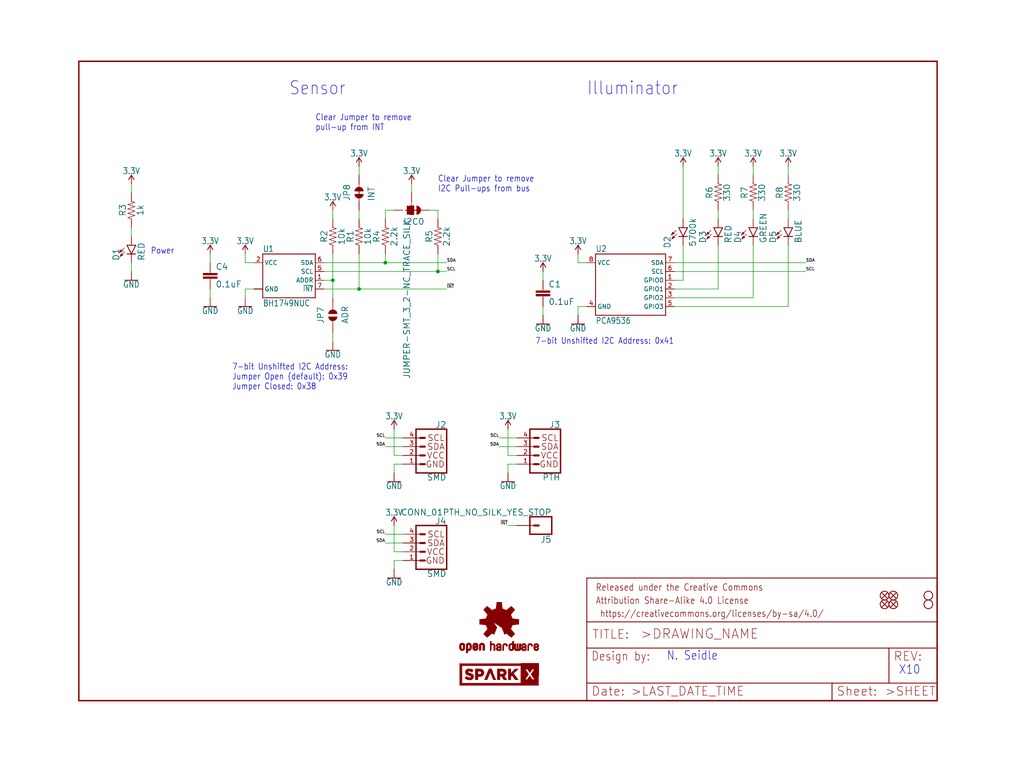
<source format=kicad_sch>
(kicad_sch (version 20211123) (generator eeschema)
  (paper "User" 297.002 223.926)
  (lib_symbols
    (symbol "eagleSchem-eagle-import:0.1UF-0603-25V-(+80{slash}-20%)"
      (property "Reference" "C" (at 1.524 2.921 0))
      (property "Value" "0.1UF-0603-25V-(+80{slash}-20%)" (at 1.524 -2.159 0))
      (symbol "0.1UF-0603-25V-(+80{slash}-20%)_1_0"
        (pin passive line (at 0 5.08 270) (length 2.54) (name "1") (number "1"))
        (pin passive line (at 0 -2.54 90) (length 2.54) (name "2") (number "2"))
      )
    )
    (symbol "eagleSchem-eagle-import:10KOHM-0603-1{slash}10W-1%"
      (property "Reference" "R" (at 0 1.524 0))
      (property "Value" "10KOHM-0603-1{slash}10W-1%" (at 0 -1.524 0))
      (symbol "10KOHM-0603-1{slash}10W-1%_1_0"
        (pin passive line (at -5.08 0 0) (length 2.54) (name "1") (number "1"))
        (pin passive line (at 5.08 0 180) (length 2.54) (name "2") (number "2"))
      )
    )
    (symbol "eagleSchem-eagle-import:1KOHM-0603-1{slash}10W-1%"
      (property "Reference" "R" (at 0 1.524 0))
      (property "Value" "1KOHM-0603-1{slash}10W-1%" (at 0 -1.524 0))
      (symbol "1KOHM-0603-1{slash}10W-1%_1_0"
        (pin passive line (at -5.08 0 0) (length 2.54) (name "1") (number "1"))
        (pin passive line (at 5.08 0 180) (length 2.54) (name "2") (number "2"))
      )
    )
    (symbol "eagleSchem-eagle-import:2.2KOHM-0603-1{slash}10W-1%"
      (property "Reference" "R" (at 0 1.524 0))
      (property "Value" "2.2KOHM-0603-1{slash}10W-1%" (at 0 -1.524 0))
      (symbol "2.2KOHM-0603-1{slash}10W-1%_1_0"
        (pin passive line (at -5.08 0 0) (length 2.54) (name "1") (number "1"))
        (pin passive line (at 5.08 0 180) (length 2.54) (name "2") (number "2"))
      )
    )
    (symbol "eagleSchem-eagle-import:3.3V" (power)
      (property "Value" "3.3V" (at 0 2.794 0))
      (symbol "3.3V_1_0"
        (pin power_in line (at 0 0 90) (length 2.54) (name "3.3V") (number "1"))
      )
    )
    (symbol "eagleSchem-eagle-import:330OHM-0603-1{slash}10W-1%"
      (property "Reference" "R" (at 0 1.524 0))
      (property "Value" "330OHM-0603-1{slash}10W-1%" (at 0 -1.524 0))
      (symbol "330OHM-0603-1{slash}10W-1%_1_0"
        (pin passive line (at -5.08 0 0) (length 2.54) (name "1") (number "1"))
        (pin passive line (at 5.08 0 180) (length 2.54) (name "2") (number "2"))
      )
    )
    (symbol "eagleSchem-eagle-import:BH1749NUC"
      (property "Reference" "U" (at -7.62 5.588 0))
      (property "Value" "BH1749NUC" (at -7.62 -10.16 0))
      (symbol "BH1749NUC_1_0"
        (pin bidirectional line (at 10.16 -2.54 180) (length 2.54) (name "ADDR") (number "1"))
        (pin bidirectional line (at -10.16 2.54 0) (length 2.54) (name "VCC") (number "2"))
        (pin bidirectional line (at -10.16 -5.08 0) (length 2.54) (name "GND") (number "3"))
        (pin bidirectional line (at -10.16 -5.08 0) (length 2.54) (name "GND") (number "4"))
        (pin bidirectional line (at 10.16 0 180) (length 2.54) (name "SCL") (number "5"))
        (pin bidirectional line (at 10.16 2.54 180) (length 2.54) (name "SDA") (number "6"))
        (pin bidirectional line (at 10.16 -5.08 180) (length 2.54) (name "~{INT}") (number "7"))
      )
    )
    (symbol "eagleSchem-eagle-import:CONN_01PTH_NO_SILK_YES_STOP"
      (property "Reference" "J" (at -2.54 3.048 0))
      (property "Value" "CONN_01PTH_NO_SILK_YES_STOP" (at -2.54 -4.826 0))
      (symbol "CONN_01PTH_NO_SILK_YES_STOP_1_0"
        (pin passive line (at 7.62 0 180) (length 5.08) (name "1") (number "1"))
      )
    )
    (symbol "eagleSchem-eagle-import:FIDUCIALUFIDUCIAL")
    (symbol "eagleSchem-eagle-import:FRAME-LETTER"
      (symbol "FRAME-LETTER_2_0"
        (text " https://creativecommons.org/licenses/by-sa/4.0/" (at 2.54 24.13 0) (effects (font (size 1.9304 1.6408)) (justify left bottom)))
        (text ">DRAWING_NAME" (at 15.494 17.78 0) (effects (font (size 2.7432 2.7432)) (justify left bottom)))
        (text ">LAST_DATE_TIME" (at 12.7 1.27 0) (effects (font (size 2.54 2.54)) (justify left bottom)))
        (text ">SHEET" (at 86.36 1.27 0) (effects (font (size 2.54 2.54)) (justify left bottom)))
        (text "Attribution Share-Alike 4.0 License" (at 2.54 27.94 0) (effects (font (size 1.9304 1.6408)) (justify left bottom)))
        (text "Date:" (at 1.27 1.27 0) (effects (font (size 2.54 2.54)) (justify left bottom)))
        (text "Design by:" (at 1.27 11.43 0) (effects (font (size 2.54 2.159)) (justify left bottom)))
        (text "Released under the Creative Commons" (at 2.54 31.75 0) (effects (font (size 1.9304 1.6408)) (justify left bottom)))
        (text "REV:" (at 88.9 11.43 0) (effects (font (size 2.54 2.54)) (justify left bottom)))
        (text "Sheet:" (at 72.39 1.27 0) (effects (font (size 2.54 2.54)) (justify left bottom)))
        (text "TITLE:" (at 1.524 17.78 0) (effects (font (size 2.54 2.54)) (justify left bottom)))
      )
    )
    (symbol "eagleSchem-eagle-import:GND" (power)
      (property "Value" "GND" (at 0 -0.254 0))
      (symbol "GND_1_0"
        (pin power_in line (at 0 2.54 270) (length 2.54) (name "GND") (number "1"))
      )
    )
    (symbol "eagleSchem-eagle-import:I2C_STANDARDJS-1MM"
      (property "Reference" "J" (at -5.08 7.874 0))
      (property "Value" "I2C_STANDARDJS-1MM" (at -5.08 -5.334 0))
      (symbol "I2C_STANDARDJS-1MM_1_0"
        (text "GND" (at -4.572 -2.54 0) (effects (font (size 1.778 1.778)) (justify left)))
        (text "SCL" (at -4.572 5.08 0) (effects (font (size 1.778 1.778)) (justify left)))
        (text "SDA" (at -4.572 2.54 0) (effects (font (size 1.778 1.778)) (justify left)))
        (text "VCC" (at -4.572 0 0) (effects (font (size 1.778 1.778)) (justify left)))
        (pin power_in line (at 7.62 -2.54 180) (length 5.08) (name "GND") (number "1"))
        (pin power_in line (at 7.62 0 180) (length 5.08) (name "VCC") (number "2"))
        (pin passive line (at 7.62 2.54 180) (length 5.08) (name "SDA") (number "3"))
        (pin passive line (at 7.62 5.08 180) (length 5.08) (name "SCL") (number "4"))
      )
    )
    (symbol "eagleSchem-eagle-import:I2C_STANDARD_NO_SILK"
      (property "Reference" "J" (at -5.08 7.874 0))
      (property "Value" "I2C_STANDARD_NO_SILK" (at -5.08 -5.334 0))
      (symbol "I2C_STANDARD_NO_SILK_1_0"
        (text "GND" (at -4.572 -2.54 0) (effects (font (size 1.778 1.778)) (justify left)))
        (text "SCL" (at -4.572 5.08 0) (effects (font (size 1.778 1.778)) (justify left)))
        (text "SDA" (at -4.572 2.54 0) (effects (font (size 1.778 1.778)) (justify left)))
        (text "VCC" (at -4.572 0 0) (effects (font (size 1.778 1.778)) (justify left)))
        (pin power_in line (at 7.62 -2.54 180) (length 5.08) (name "GND") (number "1"))
        (pin power_in line (at 7.62 0 180) (length 5.08) (name "VCC") (number "2"))
        (pin passive line (at 7.62 2.54 180) (length 5.08) (name "SDA") (number "3"))
        (pin passive line (at 7.62 5.08 180) (length 5.08) (name "SCL") (number "4"))
      )
    )
    (symbol "eagleSchem-eagle-import:JUMPER-SMT_2_NC_TRACE_SILK"
      (property "Reference" "JP" (at -2.54 2.54 0))
      (property "Value" "JUMPER-SMT_2_NC_TRACE_SILK" (at -2.54 -2.54 0))
      (symbol "JUMPER-SMT_2_NC_TRACE_SILK_1_0"
        (pin passive line (at -5.08 0 0) (length 2.54) (name "1") (number "1"))
        (pin passive line (at 5.08 0 180) (length 2.54) (name "2") (number "2"))
      )
    )
    (symbol "eagleSchem-eagle-import:JUMPER-SMT_2_NO_SILK"
      (property "Reference" "JP" (at -2.54 2.54 0))
      (property "Value" "JUMPER-SMT_2_NO_SILK" (at -2.54 -2.54 0))
      (symbol "JUMPER-SMT_2_NO_SILK_1_0"
        (pin passive line (at -5.08 0 0) (length 2.54) (name "1") (number "1"))
        (pin passive line (at 5.08 0 180) (length 2.54) (name "2") (number "2"))
      )
    )
    (symbol "eagleSchem-eagle-import:JUMPER-SMT_3_2-NC_TRACE_SILK"
      (property "Reference" "JP" (at 2.54 0.381 0))
      (property "Value" "JUMPER-SMT_3_2-NC_TRACE_SILK" (at 2.54 -0.381 0))
      (symbol "JUMPER-SMT_3_2-NC_TRACE_SILK_1_0"
        (pin passive line (at 0 5.08 270) (length 2.54) (name "1") (number "1"))
        (pin passive line (at -5.08 0 0) (length 2.54) (name "2") (number "2"))
        (pin passive line (at 0 -5.08 90) (length 2.54) (name "3") (number "3"))
      )
    )
    (symbol "eagleSchem-eagle-import:LED-BLUE0603"
      (property "Reference" "D" (at -3.429 -4.572 90))
      (property "Value" "LED-BLUE0603" (at 1.905 -4.572 90))
      (symbol "LED-BLUE0603_1_0"
        (pin passive line (at 0 2.54 270) (length 2.54) (name "A") (number "A"))
        (pin passive line (at 0 -5.08 90) (length 2.54) (name "C") (number "C"))
      )
    )
    (symbol "eagleSchem-eagle-import:LED-GREEN0603"
      (property "Reference" "D" (at -3.429 -4.572 90))
      (property "Value" "LED-GREEN0603" (at 1.905 -4.572 90))
      (symbol "LED-GREEN0603_1_0"
        (pin passive line (at 0 2.54 270) (length 2.54) (name "A") (number "A"))
        (pin passive line (at 0 -5.08 90) (length 2.54) (name "C") (number "C"))
      )
    )
    (symbol "eagleSchem-eagle-import:LED-RED0603"
      (property "Reference" "D" (at -3.429 -4.572 90))
      (property "Value" "LED-RED0603" (at 1.905 -4.572 90))
      (symbol "LED-RED0603_1_0"
        (pin passive line (at 0 2.54 270) (length 2.54) (name "A") (number "A"))
        (pin passive line (at 0 -5.08 90) (length 2.54) (name "C") (number "C"))
      )
    )
    (symbol "eagleSchem-eagle-import:LEDLD"
      (property "Reference" "D" (at -3.429 -4.572 90))
      (property "Value" "LEDLD" (at 1.905 -4.572 90))
      (symbol "LEDLD_1_0"
        (pin passive line (at 0 2.54 270) (length 2.54) (name "A") (number "A"))
        (pin passive line (at 0 -5.08 90) (length 2.54) (name "C") (number "C"))
      )
    )
    (symbol "eagleSchem-eagle-import:OSHW-LOGOMINI")
    (symbol "eagleSchem-eagle-import:PCA9536"
      (property "Reference" "U" (at -10.16 8.128 0))
      (property "Value" "PCA9536" (at -10.16 -12.7 0))
      (symbol "PCA9536_1_0"
        (pin bidirectional line (at 12.7 0 180) (length 2.54) (name "GPIO0") (number "1"))
        (pin bidirectional line (at 12.7 -2.54 180) (length 2.54) (name "GPIO1") (number "2"))
        (pin bidirectional line (at 12.7 -5.08 180) (length 2.54) (name "GPIO2") (number "3"))
        (pin bidirectional line (at -12.7 -7.62 0) (length 2.54) (name "GND") (number "4"))
        (pin bidirectional line (at 12.7 -7.62 180) (length 2.54) (name "GPIO3") (number "5"))
        (pin bidirectional line (at 12.7 2.54 180) (length 2.54) (name "SCL") (number "6"))
        (pin bidirectional line (at 12.7 5.08 180) (length 2.54) (name "SDA") (number "7"))
        (pin bidirectional line (at -12.7 5.08 0) (length 2.54) (name "VCC") (number "8"))
      )
    )
    (symbol "eagleSchem-eagle-import:SPARKX-LOGO4")
    (symbol "eagleSchem-eagle-import:STAND-OFF")
  )
  (junction (at 127 78.74))
  (junction (at 111.76 76.2))
  (junction (at 96.52 81.28))
  (junction (at 104.14 83.82))
  (wire (pts (xy 116.84 162.56) (xy 114.3 162.56)))
  (wire (pts (xy 195.58 86.36) (xy 218.44 86.36)))
  (wire (pts (xy 104.14 83.82) (xy 129.54 83.82)))
  (wire (pts (xy 167.64 88.9) (xy 167.64 91.44)))
  (wire (pts (xy 116.84 127) (xy 111.76 127)))
  (wire (pts (xy 149.86 152.4) (xy 147.32 152.4)))
  (wire (pts (xy 38.1 78.74) (xy 38.1 76.2)))
  (wire (pts (xy 93.98 81.28) (xy 96.52 81.28)))
  (wire (pts (xy 127 63.5) (xy 127 60.96)))
  (wire (pts (xy 71.12 83.82) (xy 71.12 86.36)))
  (wire (pts (xy 170.18 88.9) (xy 167.64 88.9)))
  (wire (pts (xy 170.18 76.2) (xy 167.64 76.2)))
  (wire (pts (xy 218.44 48.26) (xy 218.44 50.8)))
  (wire (pts (xy 127 78.74) (xy 129.54 78.74)))
  (wire (pts (xy 218.44 60.96) (xy 218.44 63.5)))
  (wire (pts (xy 228.6 60.96) (xy 228.6 63.5)))
  (wire (pts (xy 116.84 157.48) (xy 111.76 157.48)))
  (wire (pts (xy 127 60.96) (xy 124.46 60.96)))
  (wire (pts (xy 127 78.74) (xy 127 73.66)))
  (wire (pts (xy 116.84 129.54) (xy 111.76 129.54)))
  (wire (pts (xy 93.98 78.74) (xy 127 78.74)))
  (wire (pts (xy 38.1 55.88) (xy 38.1 53.34)))
  (wire (pts (xy 198.12 71.12) (xy 198.12 81.28)))
  (wire (pts (xy 157.48 91.44) (xy 157.48 88.9)))
  (wire (pts (xy 104.14 60.96) (xy 104.14 63.5)))
  (wire (pts (xy 198.12 48.26) (xy 198.12 63.5)))
  (wire (pts (xy 114.3 132.08) (xy 114.3 124.46)))
  (wire (pts (xy 228.6 71.12) (xy 228.6 88.9)))
  (wire (pts (xy 167.64 76.2) (xy 167.64 73.66)))
  (wire (pts (xy 208.28 60.96) (xy 208.28 63.5)))
  (wire (pts (xy 93.98 76.2) (xy 111.76 76.2)))
  (wire (pts (xy 111.76 63.5) (xy 111.76 60.96)))
  (wire (pts (xy 114.3 134.62) (xy 114.3 137.16)))
  (wire (pts (xy 104.14 73.66) (xy 104.14 83.82)))
  (wire (pts (xy 119.38 53.34) (xy 119.38 55.88)))
  (wire (pts (xy 111.76 76.2) (xy 111.76 73.66)))
  (wire (pts (xy 114.3 162.56) (xy 114.3 165.1)))
  (wire (pts (xy 149.86 134.62) (xy 147.32 134.62)))
  (wire (pts (xy 60.96 86.36) (xy 60.96 83.82)))
  (wire (pts (xy 96.52 73.66) (xy 96.52 81.28)))
  (wire (pts (xy 149.86 132.08) (xy 147.32 132.08)))
  (wire (pts (xy 111.76 76.2) (xy 129.54 76.2)))
  (wire (pts (xy 60.96 76.2) (xy 60.96 73.66)))
  (wire (pts (xy 38.1 68.58) (xy 38.1 66.04)))
  (wire (pts (xy 96.52 99.06) (xy 96.52 96.52)))
  (wire (pts (xy 195.58 76.2) (xy 233.68 76.2)))
  (wire (pts (xy 116.84 134.62) (xy 114.3 134.62)))
  (wire (pts (xy 114.3 160.02) (xy 114.3 152.4)))
  (wire (pts (xy 149.86 127) (xy 144.78 127)))
  (wire (pts (xy 93.98 83.82) (xy 104.14 83.82)))
  (wire (pts (xy 208.28 83.82) (xy 195.58 83.82)))
  (wire (pts (xy 73.66 83.82) (xy 71.12 83.82)))
  (wire (pts (xy 208.28 48.26) (xy 208.28 50.8)))
  (wire (pts (xy 104.14 50.8) (xy 104.14 48.26)))
  (wire (pts (xy 116.84 154.94) (xy 111.76 154.94)))
  (wire (pts (xy 228.6 48.26) (xy 228.6 50.8)))
  (wire (pts (xy 96.52 81.28) (xy 96.52 86.36)))
  (wire (pts (xy 116.84 160.02) (xy 114.3 160.02)))
  (wire (pts (xy 208.28 71.12) (xy 208.28 83.82)))
  (wire (pts (xy 73.66 76.2) (xy 71.12 76.2)))
  (wire (pts (xy 149.86 129.54) (xy 144.78 129.54)))
  (wire (pts (xy 96.52 60.96) (xy 96.52 63.5)))
  (wire (pts (xy 147.32 132.08) (xy 147.32 124.46)))
  (wire (pts (xy 116.84 132.08) (xy 114.3 132.08)))
  (wire (pts (xy 71.12 76.2) (xy 71.12 73.66)))
  (wire (pts (xy 218.44 86.36) (xy 218.44 71.12)))
  (wire (pts (xy 111.76 60.96) (xy 114.3 60.96)))
  (wire (pts (xy 157.48 81.28) (xy 157.48 78.74)))
  (wire (pts (xy 195.58 81.28) (xy 198.12 81.28)))
  (wire (pts (xy 228.6 88.9) (xy 195.58 88.9)))
  (wire (pts (xy 195.58 78.74) (xy 233.68 78.74)))
  (wire (pts (xy 147.32 134.62) (xy 147.32 137.16)))
  (text "X10" (at 260.604 195.834 180) (effects (font (size 2.54 2.159)) (justify left bottom)))
  (text "N. Seidle" (at 193.294 191.77 180) (effects (font (size 2.54 2.159)) (justify left bottom)))
  (text "Power" (at 43.688 73.914 180) (effects (font (size 1.778 1.5113)) (justify left bottom)))
  (text "Clear Jumper to remove\npull-up from INT" (at 91.44 38.1 180) (effects (font (size 1.778 1.5113)) (justify left bottom)))
  (text "Clear Jumper to remove\nI2C Pull-ups from bus" (at 127 55.88 180) (effects (font (size 1.778 1.5113)) (justify left bottom)))
  (text "7-bit Unshifted I2C Address:\nJumper Open (default): 0x39\nJumper Closed: 0x38" (at 67.31 113.284 180) (effects (font (size 1.778 1.5113)) (justify left bottom)))
  (text "Sensor" (at 83.82 27.94 180) (effects (font (size 3.81 3.2385)) (justify left bottom)))
  (text "7-bit Unshifted I2C Address: 0x41" (at 155.194 100.076 180) (effects (font (size 1.778 1.5113)) (justify left bottom)))
  (text "Illuminator" (at 170.18 27.94 180) (effects (font (size 3.81 3.2385)) (justify left bottom)))
  (label "SDA" (at 111.76 157.48 180) (effects (font (size 0.889 0.889))))
  (label "~{INT}" (at 147.32 152.4 180) (effects (font (size 0.889 0.889))))
  (label "SDA" (at 129.54 76.2 0) (effects (font (size 0.889 0.889))))
  (label "SDA" (at 111.76 129.54 180) (effects (font (size 0.889 0.889))))
  (label "SDA" (at 144.78 129.54 180) (effects (font (size 0.889 0.889))))
  (label "SDA" (at 233.68 76.2 0) (effects (font (size 0.889 0.889))))
  (label "SCL" (at 233.68 78.74 0) (effects (font (size 0.889 0.889))))
  (label "SCL" (at 144.78 127 180) (effects (font (size 0.889 0.889))))
  (label "SCL" (at 111.76 154.94 180) (effects (font (size 0.889 0.889))))
  (label "~{INT}" (at 129.54 83.82 0) (effects (font (size 0.889 0.889))))
  (label "SCL" (at 129.54 78.74 0) (effects (font (size 0.889 0.889))))
  (label "SCL" (at 111.76 127 180) (effects (font (size 0.889 0.889))))
  (symbol (lib_id "eagleSchem-eagle-import:0.1UF-0603-25V-(+80{slash}-20%)") (at 60.96 81.28 0) (unit 1)
    (property "Reference" "C4" (at 62.484 78.359 0) (effects (font (size 1.778 1.778)) (justify left bottom)))
    (property "Value" "0.1uF" (at 62.484 83.439 0) (effects (font (size 1.778 1.778)) (justify left bottom)))
    (property "Footprint" "eagleSchem:0603" (effects hide))
  )
  (symbol (lib_id "eagleSchem-eagle-import:JUMPER-SMT_3_2-NC_TRACE_SILK") (at 119.38 60.96 270) (unit 1)
    (property "Reference" "I2C0" (at 116.84 65.278 90) (effects (font (size 1.778 1.778)) (justify left bottom)))
    (property "Value" "JUMPER-SMT_3_2-NC_TRACE_SILK" (at 118.999 63.5 0) (effects (font (size 1.778 1.778)) (justify left top)))
    (property "Footprint" "eagleSchem:SMT-JUMPER_3_2-NC_TRACE_SILK" (effects hide))
  )
  (symbol (lib_id "eagleSchem-eagle-import:3.3V") (at 71.12 73.66 0) (unit 1)
    (property "Reference" "#SUPPLY5" (effects hide))
    (property "Value" "3.3V" (at 71.12 70.866 0) (effects (font (size 1.778 1.5113)) (justify bottom)))
    (property "Footprint" "eagleSchem:" (effects hide))
  )
  (symbol (lib_id "eagleSchem-eagle-import:3.3V") (at 167.64 73.66 0) (unit 1)
    (property "Reference" "#SUPPLY11" (effects hide))
    (property "Value" "3.3V" (at 167.64 70.866 0) (effects (font (size 1.778 1.5113)) (justify bottom)))
    (property "Footprint" "eagleSchem:" (effects hide))
  )
  (symbol (lib_id "eagleSchem-eagle-import:GND") (at 60.96 88.9 0) (unit 1)
    (property "Reference" "#GND1" (effects hide))
    (property "Value" "GND" (at 60.96 89.154 0) (effects (font (size 1.778 1.5113)) (justify top)))
    (property "Footprint" "eagleSchem:" (effects hide))
  )
  (symbol (lib_id "eagleSchem-eagle-import:SPARKX-LOGO4") (at 144.78 195.58 0) (unit 1)
    (property "Reference" "U$2" (effects hide))
    (property "Value" "SPARKX-LOGO4" (effects hide))
    (property "Footprint" "eagleSchem:SPARKX-MEDIUM" (effects hide))
  )
  (symbol (lib_id "eagleSchem-eagle-import:2.2KOHM-0603-1{slash}10W-1%") (at 111.76 68.58 90) (unit 1)
    (property "Reference" "R4" (at 110.236 68.58 0) (effects (font (size 1.778 1.778)) (justify bottom)))
    (property "Value" "2.2k" (at 113.284 68.58 0) (effects (font (size 1.778 1.778)) (justify top)))
    (property "Footprint" "eagleSchem:0603" (effects hide))
  )
  (symbol (lib_id "eagleSchem-eagle-import:3.3V") (at 157.48 78.74 0) (unit 1)
    (property "Reference" "#SUPPLY6" (effects hide))
    (property "Value" "3.3V" (at 157.48 75.946 0) (effects (font (size 1.778 1.5113)) (justify bottom)))
    (property "Footprint" "eagleSchem:" (effects hide))
  )
  (symbol (lib_id "eagleSchem-eagle-import:I2C_STANDARD_NO_SILK") (at 157.48 132.08 0) (mirror y) (unit 1)
    (property "Reference" "J3" (at 162.56 124.206 0) (effects (font (size 1.778 1.778)) (justify left bottom)))
    (property "Value" "PTH" (at 162.56 137.414 0) (effects (font (size 1.778 1.778)) (justify left top)))
    (property "Footprint" "eagleSchem:1X04_NO_SILK" (effects hide))
  )
  (symbol (lib_id "eagleSchem-eagle-import:LED-GREEN0603") (at 218.44 66.04 0) (unit 1)
    (property "Reference" "D4" (at 215.011 70.612 90) (effects (font (size 1.778 1.778)) (justify left bottom)))
    (property "Value" "GREEN" (at 220.345 70.612 90) (effects (font (size 1.778 1.778)) (justify left top)))
    (property "Footprint" "eagleSchem:LED-0603" (effects hide))
  )
  (symbol (lib_id "eagleSchem-eagle-import:FIDUCIALUFIDUCIAL") (at 259.08 172.72 0) (unit 1)
    (property "Reference" "JP6" (effects hide))
    (property "Value" "FIDUCIALUFIDUCIAL" (effects hide))
    (property "Footprint" "eagleSchem:MICRO-FIDUCIAL" (effects hide))
  )
  (symbol (lib_id "eagleSchem-eagle-import:I2C_STANDARDJS-1MM") (at 124.46 132.08 0) (mirror y) (unit 1)
    (property "Reference" "J2" (at 129.54 124.206 0) (effects (font (size 1.778 1.778)) (justify left bottom)))
    (property "Value" "SMD" (at 129.54 137.414 0) (effects (font (size 1.778 1.778)) (justify left top)))
    (property "Footprint" "eagleSchem:1X04_1MM_RA" (effects hide))
  )
  (symbol (lib_id "eagleSchem-eagle-import:I2C_STANDARDJS-1MM") (at 124.46 160.02 0) (mirror y) (unit 1)
    (property "Reference" "J4" (at 129.54 152.146 0) (effects (font (size 1.778 1.778)) (justify left bottom)))
    (property "Value" "SMD" (at 129.54 165.354 0) (effects (font (size 1.778 1.778)) (justify left top)))
    (property "Footprint" "eagleSchem:1X04_1MM_RA" (effects hide))
  )
  (symbol (lib_id "eagleSchem-eagle-import:JUMPER-SMT_2_NO_SILK") (at 96.52 91.44 90) (unit 1)
    (property "Reference" "JP7" (at 93.98 93.98 0) (effects (font (size 1.778 1.778)) (justify left bottom)))
    (property "Value" "ADR" (at 99.06 93.98 0) (effects (font (size 1.778 1.778)) (justify left top)))
    (property "Footprint" "eagleSchem:SMT-JUMPER_2_NO_SILK" (effects hide))
  )
  (symbol (lib_id "eagleSchem-eagle-import:2.2KOHM-0603-1{slash}10W-1%") (at 127 68.58 90) (unit 1)
    (property "Reference" "R5" (at 125.476 68.58 0) (effects (font (size 1.778 1.778)) (justify bottom)))
    (property "Value" "2.2k" (at 128.524 68.58 0) (effects (font (size 1.778 1.778)) (justify top)))
    (property "Footprint" "eagleSchem:0603" (effects hide))
  )
  (symbol (lib_id "eagleSchem-eagle-import:LED-BLUE0603") (at 228.6 66.04 0) (unit 1)
    (property "Reference" "D5" (at 225.171 70.612 90) (effects (font (size 1.778 1.778)) (justify left bottom)))
    (property "Value" "BLUE" (at 230.505 70.612 90) (effects (font (size 1.778 1.778)) (justify left top)))
    (property "Footprint" "eagleSchem:LED-0603" (effects hide))
  )
  (symbol (lib_id "eagleSchem-eagle-import:3.3V") (at 38.1 53.34 0) (unit 1)
    (property "Reference" "#SUPPLY10" (effects hide))
    (property "Value" "3.3V" (at 38.1 50.546 0) (effects (font (size 1.778 1.5113)) (justify bottom)))
    (property "Footprint" "eagleSchem:" (effects hide))
  )
  (symbol (lib_id "eagleSchem-eagle-import:3.3V") (at 147.32 124.46 0) (unit 1)
    (property "Reference" "#SUPPLY7" (effects hide))
    (property "Value" "3.3V" (at 147.32 121.666 0) (effects (font (size 1.778 1.5113)) (justify bottom)))
    (property "Footprint" "eagleSchem:" (effects hide))
  )
  (symbol (lib_id "eagleSchem-eagle-import:SPARKX-LOGO4") (at 144.78 195.58 0) (unit 1)
    (property "Reference" "U$1" (effects hide))
    (property "Value" "SPARKX-LOGO4" (effects hide))
    (property "Footprint" "eagleSchem:SPARKX-MEDIUM" (effects hide))
  )
  (symbol (lib_id "eagleSchem-eagle-import:CONN_01PTH_NO_SILK_YES_STOP") (at 157.48 152.4 180) (unit 1)
    (property "Reference" "J5" (at 160.02 155.448 0) (effects (font (size 1.778 1.778)) (justify left bottom)))
    (property "Value" "CONN_01PTH_NO_SILK_YES_STOP" (at 160.02 147.574 0) (effects (font (size 1.778 1.778)) (justify left bottom)))
    (property "Footprint" "eagleSchem:1X01_NO_SILK" (effects hide))
  )
  (symbol (lib_id "eagleSchem-eagle-import:3.3V") (at 114.3 152.4 0) (unit 1)
    (property "Reference" "#SUPPLY8" (effects hide))
    (property "Value" "3.3V" (at 114.3 149.606 0) (effects (font (size 1.778 1.5113)) (justify bottom)))
    (property "Footprint" "eagleSchem:" (effects hide))
  )
  (symbol (lib_id "eagleSchem-eagle-import:GND") (at 114.3 167.64 0) (unit 1)
    (property "Reference" "#GND8" (effects hide))
    (property "Value" "GND" (at 114.3 167.894 0) (effects (font (size 1.778 1.5113)) (justify top)))
    (property "Footprint" "eagleSchem:" (effects hide))
  )
  (symbol (lib_id "eagleSchem-eagle-import:PCA9536") (at 182.88 81.28 0) (unit 1)
    (property "Reference" "U2" (at 172.72 73.152 0) (effects (font (size 1.778 1.5113)) (justify left bottom)))
    (property "Value" "PCA9536" (at 172.72 93.98 0) (effects (font (size 1.778 1.5113)) (justify left bottom)))
    (property "Footprint" "eagleSchem:MSOP8" (effects hide))
  )
  (symbol (lib_id "eagleSchem-eagle-import:FRAME-LETTER") (at 22.86 203.2 0) (unit 1)
    (property "Reference" "FRAME1" (effects hide))
    (property "Value" "FRAME-LETTER" (effects hide))
    (property "Footprint" "eagleSchem:CREATIVE_COMMONS" (effects hide))
  )
  (symbol (lib_id "eagleSchem-eagle-import:330OHM-0603-1{slash}10W-1%") (at 218.44 55.88 90) (unit 1)
    (property "Reference" "R7" (at 216.916 55.88 0) (effects (font (size 1.778 1.778)) (justify bottom)))
    (property "Value" "330" (at 219.964 55.88 0) (effects (font (size 1.778 1.778)) (justify top)))
    (property "Footprint" "eagleSchem:0603" (effects hide))
  )
  (symbol (lib_id "eagleSchem-eagle-import:FRAME-LETTER") (at 170.18 203.2 0) (unit 2)
    (property "Reference" "FRAME1" (effects hide))
    (property "Value" "FRAME-LETTER" (effects hide))
    (property "Footprint" "eagleSchem:CREATIVE_COMMONS" (effects hide))
  )
  (symbol (lib_id "eagleSchem-eagle-import:LED-RED0603") (at 208.28 66.04 0) (unit 1)
    (property "Reference" "D3" (at 204.851 70.612 90) (effects (font (size 1.778 1.778)) (justify left bottom)))
    (property "Value" "RED" (at 210.185 70.612 90) (effects (font (size 1.778 1.778)) (justify left top)))
    (property "Footprint" "eagleSchem:LED-0603" (effects hide))
  )
  (symbol (lib_id "eagleSchem-eagle-import:GND") (at 96.52 101.6 0) (unit 1)
    (property "Reference" "#GND5" (effects hide))
    (property "Value" "GND" (at 96.52 101.854 0) (effects (font (size 1.778 1.5113)) (justify top)))
    (property "Footprint" "eagleSchem:" (effects hide))
  )
  (symbol (lib_id "eagleSchem-eagle-import:FIDUCIALUFIDUCIAL") (at 259.08 175.26 0) (unit 1)
    (property "Reference" "JP1" (effects hide))
    (property "Value" "FIDUCIALUFIDUCIAL" (effects hide))
    (property "Footprint" "eagleSchem:MICRO-FIDUCIAL" (effects hide))
  )
  (symbol (lib_id "eagleSchem-eagle-import:GND") (at 147.32 139.7 0) (unit 1)
    (property "Reference" "#GND7" (effects hide))
    (property "Value" "GND" (at 147.32 139.954 0) (effects (font (size 1.778 1.5113)) (justify top)))
    (property "Footprint" "eagleSchem:" (effects hide))
  )
  (symbol (lib_id "eagleSchem-eagle-import:3.3V") (at 104.14 48.26 0) (unit 1)
    (property "Reference" "#SUPPLY2" (effects hide))
    (property "Value" "3.3V" (at 104.14 45.466 0) (effects (font (size 1.778 1.5113)) (justify bottom)))
    (property "Footprint" "eagleSchem:" (effects hide))
  )
  (symbol (lib_id "eagleSchem-eagle-import:STAND-OFF") (at 269.24 172.72 0) (unit 1)
    (property "Reference" "JP3" (effects hide))
    (property "Value" "STAND-OFF" (effects hide))
    (property "Footprint" "eagleSchem:STAND-OFF" (effects hide))
  )
  (symbol (lib_id "eagleSchem-eagle-import:BH1749NUC") (at 83.82 78.74 0) (unit 1)
    (property "Reference" "U1" (at 76.2 73.152 0) (effects (font (size 1.778 1.5113)) (justify left bottom)))
    (property "Value" "BH1749NUC" (at 76.2 88.9 0) (effects (font (size 1.778 1.5113)) (justify left bottom)))
    (property "Footprint" "eagleSchem:BH1749NUC" (effects hide))
  )
  (symbol (lib_id "eagleSchem-eagle-import:LEDLD") (at 198.12 66.04 0) (unit 1)
    (property "Reference" "D2" (at 194.564 72.136 90) (effects (font (size 1.778 1.778)) (justify left bottom)))
    (property "Value" "5700k" (at 199.898 71.628 90) (effects (font (size 1.778 1.778)) (justify left top)))
    (property "Footprint" "eagleSchem:SUPER_BRIGHT_SMD_LED_1206" (effects hide))
  )
  (symbol (lib_id "eagleSchem-eagle-import:LED-RED0603") (at 38.1 71.12 0) (unit 1)
    (property "Reference" "D1" (at 34.671 75.692 90) (effects (font (size 1.778 1.778)) (justify left bottom)))
    (property "Value" "RED" (at 40.005 75.692 90) (effects (font (size 1.778 1.778)) (justify left top)))
    (property "Footprint" "eagleSchem:LED-0603" (effects hide))
  )
  (symbol (lib_id "eagleSchem-eagle-import:3.3V") (at 228.6 48.26 0) (unit 1)
    (property "Reference" "#SUPPLY15" (effects hide))
    (property "Value" "3.3V" (at 228.6 45.466 0) (effects (font (size 1.778 1.5113)) (justify bottom)))
    (property "Footprint" "eagleSchem:" (effects hide))
  )
  (symbol (lib_id "eagleSchem-eagle-import:FIDUCIALUFIDUCIAL") (at 256.54 175.26 0) (unit 1)
    (property "Reference" "JP5" (effects hide))
    (property "Value" "FIDUCIALUFIDUCIAL" (effects hide))
    (property "Footprint" "eagleSchem:MICRO-FIDUCIAL" (effects hide))
  )
  (symbol (lib_id "eagleSchem-eagle-import:STAND-OFF") (at 269.24 175.26 0) (unit 1)
    (property "Reference" "JP4" (effects hide))
    (property "Value" "STAND-OFF" (effects hide))
    (property "Footprint" "eagleSchem:STAND-OFF" (effects hide))
  )
  (symbol (lib_id "eagleSchem-eagle-import:3.3V") (at 119.38 53.34 0) (unit 1)
    (property "Reference" "#SUPPLY1" (effects hide))
    (property "Value" "3.3V" (at 119.38 50.546 0) (effects (font (size 1.778 1.5113)) (justify bottom)))
    (property "Footprint" "eagleSchem:" (effects hide))
  )
  (symbol (lib_id "eagleSchem-eagle-import:GND") (at 71.12 88.9 0) (unit 1)
    (property "Reference" "#GND2" (effects hide))
    (property "Value" "GND" (at 71.12 89.154 0) (effects (font (size 1.778 1.5113)) (justify top)))
    (property "Footprint" "eagleSchem:" (effects hide))
  )
  (symbol (lib_id "eagleSchem-eagle-import:OSHW-LOGOMINI") (at 144.78 180.34 0) (unit 1)
    (property "Reference" "LOGO1" (effects hide))
    (property "Value" "OSHW-LOGOMINI" (effects hide))
    (property "Footprint" "eagleSchem:OSHW-LOGO-MINI" (effects hide))
  )
  (symbol (lib_id "eagleSchem-eagle-import:10KOHM-0603-1{slash}10W-1%") (at 104.14 68.58 90) (unit 1)
    (property "Reference" "R1" (at 102.616 68.58 0) (effects (font (size 1.778 1.778)) (justify bottom)))
    (property "Value" "10k" (at 105.664 68.58 0) (effects (font (size 1.778 1.778)) (justify top)))
    (property "Footprint" "eagleSchem:0603" (effects hide))
  )
  (symbol (lib_id "eagleSchem-eagle-import:1KOHM-0603-1{slash}10W-1%") (at 38.1 60.96 90) (unit 1)
    (property "Reference" "R3" (at 36.576 60.96 0) (effects (font (size 1.778 1.778)) (justify bottom)))
    (property "Value" "1k" (at 39.624 60.96 0) (effects (font (size 1.778 1.778)) (justify top)))
    (property "Footprint" "eagleSchem:0603" (effects hide))
  )
  (symbol (lib_id "eagleSchem-eagle-import:3.3V") (at 114.3 124.46 0) (unit 1)
    (property "Reference" "#SUPPLY4" (effects hide))
    (property "Value" "3.3V" (at 114.3 121.666 0) (effects (font (size 1.778 1.5113)) (justify bottom)))
    (property "Footprint" "eagleSchem:" (effects hide))
  )
  (symbol (lib_id "eagleSchem-eagle-import:3.3V") (at 96.52 60.96 0) (unit 1)
    (property "Reference" "#SUPPLY3" (effects hide))
    (property "Value" "3.3V" (at 96.52 58.166 0) (effects (font (size 1.778 1.5113)) (justify bottom)))
    (property "Footprint" "eagleSchem:" (effects hide))
  )
  (symbol (lib_id "eagleSchem-eagle-import:3.3V") (at 198.12 48.26 0) (unit 1)
    (property "Reference" "#SUPPLY12" (effects hide))
    (property "Value" "3.3V" (at 198.12 45.466 0) (effects (font (size 1.778 1.5113)) (justify bottom)))
    (property "Footprint" "eagleSchem:" (effects hide))
  )
  (symbol (lib_id "eagleSchem-eagle-import:330OHM-0603-1{slash}10W-1%") (at 208.28 55.88 90) (unit 1)
    (property "Reference" "R6" (at 206.756 55.88 0) (effects (font (size 1.778 1.778)) (justify bottom)))
    (property "Value" "330" (at 209.804 55.88 0) (effects (font (size 1.778 1.778)) (justify top)))
    (property "Footprint" "eagleSchem:0603" (effects hide))
  )
  (symbol (lib_id "eagleSchem-eagle-import:3.3V") (at 218.44 48.26 0) (unit 1)
    (property "Reference" "#SUPPLY14" (effects hide))
    (property "Value" "3.3V" (at 218.44 45.466 0) (effects (font (size 1.778 1.5113)) (justify bottom)))
    (property "Footprint" "eagleSchem:" (effects hide))
  )
  (symbol (lib_id "eagleSchem-eagle-import:3.3V") (at 60.96 73.66 0) (unit 1)
    (property "Reference" "#SUPPLY9" (effects hide))
    (property "Value" "3.3V" (at 60.96 70.866 0) (effects (font (size 1.778 1.5113)) (justify bottom)))
    (property "Footprint" "eagleSchem:" (effects hide))
  )
  (symbol (lib_id "eagleSchem-eagle-import:GND") (at 167.64 93.98 0) (unit 1)
    (property "Reference" "#GND9" (effects hide))
    (property "Value" "GND" (at 167.64 94.234 0) (effects (font (size 1.778 1.5113)) (justify top)))
    (property "Footprint" "eagleSchem:" (effects hide))
  )
  (symbol (lib_id "eagleSchem-eagle-import:GND") (at 38.1 81.28 0) (unit 1)
    (property "Reference" "#GND3" (effects hide))
    (property "Value" "GND" (at 38.1 81.534 0) (effects (font (size 1.778 1.5113)) (justify top)))
    (property "Footprint" "eagleSchem:" (effects hide))
  )
  (symbol (lib_id "eagleSchem-eagle-import:FIDUCIALUFIDUCIAL") (at 256.54 172.72 0) (unit 1)
    (property "Reference" "JP2" (effects hide))
    (property "Value" "FIDUCIALUFIDUCIAL" (effects hide))
    (property "Footprint" "eagleSchem:MICRO-FIDUCIAL" (effects hide))
  )
  (symbol (lib_id "eagleSchem-eagle-import:JUMPER-SMT_2_NC_TRACE_SILK") (at 104.14 55.88 90) (unit 1)
    (property "Reference" "JP8" (at 101.6 58.42 0) (effects (font (size 1.778 1.778)) (justify left bottom)))
    (property "Value" "INT" (at 106.68 58.42 0) (effects (font (size 1.778 1.778)) (justify left top)))
    (property "Footprint" "eagleSchem:SMT-JUMPER_2_NC_TRACE_SILK" (effects hide))
  )
  (symbol (lib_id "eagleSchem-eagle-import:GND") (at 157.48 93.98 0) (unit 1)
    (property "Reference" "#GND4" (effects hide))
    (property "Value" "GND" (at 157.48 94.234 0) (effects (font (size 1.778 1.5113)) (justify top)))
    (property "Footprint" "eagleSchem:" (effects hide))
  )
  (symbol (lib_id "eagleSchem-eagle-import:3.3V") (at 208.28 48.26 0) (unit 1)
    (property "Reference" "#SUPPLY13" (effects hide))
    (property "Value" "3.3V" (at 208.28 45.466 0) (effects (font (size 1.778 1.5113)) (justify bottom)))
    (property "Footprint" "eagleSchem:" (effects hide))
  )
  (symbol (lib_id "eagleSchem-eagle-import:330OHM-0603-1{slash}10W-1%") (at 228.6 55.88 90) (unit 1)
    (property "Reference" "R8" (at 227.076 55.88 0) (effects (font (size 1.778 1.778)) (justify bottom)))
    (property "Value" "330" (at 230.124 55.88 0) (effects (font (size 1.778 1.778)) (justify top)))
    (property "Footprint" "eagleSchem:0603" (effects hide))
  )
  (symbol (lib_id "eagleSchem-eagle-import:0.1UF-0603-25V-(+80{slash}-20%)") (at 157.48 86.36 0) (unit 1)
    (property "Reference" "C1" (at 159.004 83.439 0) (effects (font (size 1.778 1.778)) (justify left bottom)))
    (property "Value" "0.1uF" (at 159.004 88.519 0) (effects (font (size 1.778 1.778)) (justify left bottom)))
    (property "Footprint" "eagleSchem:0603" (effects hide))
  )
  (symbol (lib_id "eagleSchem-eagle-import:GND") (at 114.3 139.7 0) (unit 1)
    (property "Reference" "#GND6" (effects hide))
    (property "Value" "GND" (at 114.3 139.954 0) (effects (font (size 1.778 1.5113)) (justify top)))
    (property "Footprint" "eagleSchem:" (effects hide))
  )
  (symbol (lib_id "eagleSchem-eagle-import:10KOHM-0603-1{slash}10W-1%") (at 96.52 68.58 90) (unit 1)
    (property "Reference" "R2" (at 94.996 68.58 0) (effects (font (size 1.778 1.778)) (justify bottom)))
    (property "Value" "10k" (at 98.044 68.58 0) (effects (font (size 1.778 1.778)) (justify top)))
    (property "Footprint" "eagleSchem:0603" (effects hide))
  )
)
</source>
